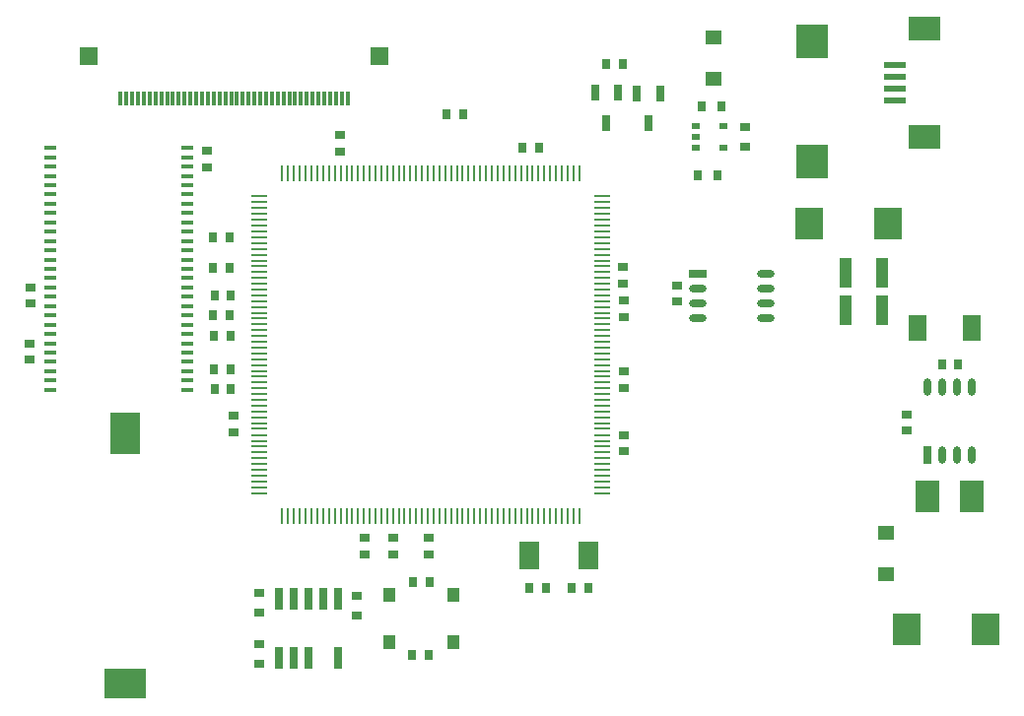
<source format=gtp>
G04 #@! TF.GenerationSoftware,KiCad,Pcbnew,(5.0.2-dirty)*
G04 #@! TF.CreationDate,2020-07-20T20:20:15+03:00*
G04 #@! TF.ProjectId,display,64697370-6c61-4792-9e6b-696361645f70,rev?*
G04 #@! TF.SameCoordinates,Original*
G04 #@! TF.FileFunction,Paste,Top*
G04 #@! TF.FilePolarity,Positive*
%FSLAX46Y46*%
G04 Gerber Fmt 4.6, Leading zero omitted, Abs format (unit mm)*
G04 Created by KiCad (PCBNEW (5.0.2-dirty)) date ma 20. heinäkuuta 2020 20.20.15*
%MOMM*%
%LPD*%
G01*
G04 APERTURE LIST*
%ADD10R,0.700000X1.350000*%
%ADD11R,2.400000X2.700000*%
%ADD12R,2.799080X2.999740*%
%ADD13R,0.279400X1.473200*%
%ADD14R,1.473200X0.279400*%
%ADD15R,1.016000X0.355600*%
%ADD16R,0.660400X0.939800*%
%ADD17R,1.617980X2.179320*%
%ADD18R,0.635000X1.524000*%
%ADD19O,0.635000X1.524000*%
%ADD20R,3.599180X2.598420*%
%ADD21R,2.598420X3.599180*%
%ADD22R,0.635000X1.905000*%
%ADD23R,0.939800X0.660400*%
%ADD24R,0.939800X0.762000*%
%ADD25R,2.800000X2.100000*%
%ADD26R,1.900000X0.600000*%
%ADD27R,1.399540X1.297940*%
%ADD28R,1.524000X0.635000*%
%ADD29O,1.524000X0.635000*%
%ADD30R,1.699260X2.397760*%
%ADD31R,1.500000X1.500000*%
%ADD32R,0.300000X1.200000*%
%ADD33R,1.000000X1.300000*%
%ADD34R,0.762000X0.939800*%
%ADD35R,0.800000X0.500000*%
%ADD36R,2.000000X2.800000*%
%ADD37R,1.000000X2.500000*%
G04 APERTURE END LIST*
D10*
G04 #@! TO.C,VR2*
X140906800Y-64363200D03*
X138906800Y-64363200D03*
X139906800Y-66963200D03*
G04 #@! TD*
D11*
G04 #@! TO.C,C202*
X165700000Y-110500000D03*
X172500000Y-110500000D03*
G04 #@! TD*
G04 #@! TO.C,C201*
X157300000Y-75600000D03*
X164100000Y-75600000D03*
G04 #@! TD*
D12*
G04 #@! TO.C,L101*
X157600000Y-70248580D03*
X157600000Y-59951420D03*
G04 #@! TD*
D13*
G04 #@! TO.C,U4*
X112051577Y-100727773D03*
X112559577Y-100727773D03*
X113042177Y-100727773D03*
X113550177Y-100727773D03*
X114058177Y-100727773D03*
X114540777Y-100727773D03*
X115048777Y-100727773D03*
X115556777Y-100727773D03*
X116067317Y-100727773D03*
X116547377Y-100727773D03*
X117055377Y-100727773D03*
X117565917Y-100727773D03*
X118045977Y-100727773D03*
X118553977Y-100727773D03*
X119061977Y-100727773D03*
X119544577Y-100727773D03*
X120052577Y-100727773D03*
X120560577Y-100727773D03*
X121043177Y-100727773D03*
X121551177Y-100727773D03*
X122059177Y-100727773D03*
X122541777Y-100727773D03*
X123049777Y-100727773D03*
X123557777Y-100727773D03*
X124040377Y-100727773D03*
X124548377Y-100727773D03*
X125056377Y-100727773D03*
X125564377Y-100727773D03*
X126046977Y-100727773D03*
X126554977Y-100727773D03*
X127062977Y-100727773D03*
X127545577Y-100727773D03*
X128053577Y-100727773D03*
X128561577Y-100727773D03*
X129044177Y-100727773D03*
X129552177Y-100727773D03*
X130060177Y-100727773D03*
X130542777Y-100727773D03*
X131050777Y-100727773D03*
X131558777Y-100727773D03*
X132038837Y-100727773D03*
X132549377Y-100727773D03*
X133057377Y-100727773D03*
X133537437Y-100727773D03*
X134047977Y-100727773D03*
X134555977Y-100727773D03*
X135063977Y-100727773D03*
X135546577Y-100727773D03*
X136054577Y-100727773D03*
X136562577Y-100727773D03*
X137045177Y-100727773D03*
X137553177Y-100727773D03*
D14*
X139508977Y-98771973D03*
X139508977Y-98263973D03*
X139508977Y-97781373D03*
X139508977Y-97273373D03*
X139508977Y-96765373D03*
X139508977Y-96282773D03*
X139508977Y-95774773D03*
X139508977Y-95266773D03*
X139508977Y-94756233D03*
X139508977Y-94276173D03*
X139508977Y-93768173D03*
X139508977Y-93257633D03*
X139508977Y-92777573D03*
X139508977Y-92269573D03*
X139508977Y-91761573D03*
X139508977Y-91278973D03*
X139508977Y-90770973D03*
X139508977Y-90262973D03*
X139508977Y-89780373D03*
X139508977Y-89272373D03*
X139508977Y-88764373D03*
X139508977Y-88281773D03*
X139508977Y-87773773D03*
X139508977Y-87265773D03*
X139508977Y-86783173D03*
X139508977Y-86275173D03*
X139508977Y-85767173D03*
X139508977Y-85259173D03*
X139508977Y-84776573D03*
X139508977Y-84268573D03*
X139508977Y-83760573D03*
X139508977Y-83277973D03*
X139508977Y-82769973D03*
X139508977Y-82261973D03*
X139508977Y-81779373D03*
X139508977Y-81271373D03*
X139508977Y-80763373D03*
X139508977Y-80280773D03*
X139508977Y-79772773D03*
X139508977Y-79264773D03*
X139508977Y-78784713D03*
X139508977Y-78274173D03*
X139508977Y-77766173D03*
X139508977Y-77286113D03*
X139508977Y-76775573D03*
X139508977Y-76267573D03*
X139508977Y-75759573D03*
X139508977Y-75276973D03*
X139508977Y-74768973D03*
X139508977Y-74260973D03*
X139508977Y-73778373D03*
X139508977Y-73270373D03*
D13*
X137553177Y-71314573D03*
X137045177Y-71314573D03*
X136562577Y-71314573D03*
X136054577Y-71314573D03*
X135546577Y-71314573D03*
X135063977Y-71314573D03*
X134555977Y-71314573D03*
X134047977Y-71314573D03*
X133537437Y-71314573D03*
X133057377Y-71314573D03*
X132549377Y-71314573D03*
X132038837Y-71314573D03*
X131558777Y-71314573D03*
X131050777Y-71314573D03*
X130542777Y-71314573D03*
X130060177Y-71314573D03*
X129552177Y-71314573D03*
X129044177Y-71314573D03*
X128561577Y-71314573D03*
X128053577Y-71314573D03*
X127545577Y-71314573D03*
X127062977Y-71314573D03*
X126554977Y-71314573D03*
X126046977Y-71314573D03*
X125564377Y-71314573D03*
X125056377Y-71314573D03*
X124548377Y-71314573D03*
X124040377Y-71314573D03*
X123557777Y-71314573D03*
X123049777Y-71314573D03*
X122541777Y-71314573D03*
X122059177Y-71314573D03*
X121551177Y-71314573D03*
X121043177Y-71314573D03*
X120560577Y-71314573D03*
X120052577Y-71314573D03*
X119544577Y-71314573D03*
X119061977Y-71314573D03*
X118553977Y-71314573D03*
X118045977Y-71314573D03*
X117565917Y-71314573D03*
X117055377Y-71314573D03*
X116547377Y-71314573D03*
X116067317Y-71314573D03*
X115556777Y-71314573D03*
X115048777Y-71314573D03*
X114540777Y-71314573D03*
X114058177Y-71314573D03*
X113550177Y-71314573D03*
X113042177Y-71314573D03*
X112559577Y-71314573D03*
X112051577Y-71314573D03*
D14*
X110095777Y-73270373D03*
X110095777Y-73778373D03*
X110095777Y-74260973D03*
X110095777Y-74768973D03*
X110095777Y-75276973D03*
X110095777Y-75759573D03*
X110095777Y-76267573D03*
X110095777Y-76775573D03*
X110095777Y-77286113D03*
X110095777Y-77766173D03*
X110095777Y-78274173D03*
X110095777Y-78784713D03*
X110095777Y-79264773D03*
X110095777Y-79772773D03*
X110095777Y-80280773D03*
X110095777Y-80763373D03*
X110095777Y-81271373D03*
X110095777Y-81779373D03*
X110095777Y-82261973D03*
X110095777Y-82769973D03*
X110095777Y-83277973D03*
X110095777Y-83760573D03*
X110095777Y-84268573D03*
X110095777Y-84776573D03*
X110095777Y-85259173D03*
X110095777Y-85767173D03*
X110095777Y-86275173D03*
X110095777Y-86783173D03*
X110095777Y-87265773D03*
X110095777Y-87773773D03*
X110095777Y-88281773D03*
X110095777Y-88764373D03*
X110095777Y-89272373D03*
X110095777Y-89780373D03*
X110095777Y-90262973D03*
X110095777Y-90770973D03*
X110095777Y-91278973D03*
X110095777Y-91761573D03*
X110095777Y-92269573D03*
X110095777Y-92777573D03*
X110095777Y-93257633D03*
X110095777Y-93768173D03*
X110095777Y-94276173D03*
X110095777Y-94756233D03*
X110095777Y-95266773D03*
X110095777Y-95774773D03*
X110095777Y-96282773D03*
X110095777Y-96765373D03*
X110095777Y-97273373D03*
X110095777Y-97781373D03*
X110095777Y-98263973D03*
X110095777Y-98771973D03*
G04 #@! TD*
D15*
G04 #@! TO.C,U2*
X103873300Y-89898220D03*
X103873300Y-89098120D03*
X103873300Y-88298020D03*
X103873300Y-87497920D03*
X103873300Y-86697820D03*
X103873300Y-85897720D03*
X103873300Y-85097620D03*
X103873300Y-84297520D03*
X103873300Y-83497420D03*
X103873300Y-82697320D03*
X103873300Y-81897220D03*
X103873300Y-81097120D03*
X103873300Y-80297020D03*
X103873300Y-79499460D03*
X103873300Y-78699360D03*
X103873300Y-77901800D03*
X103873300Y-77101700D03*
X103873300Y-76301600D03*
X103873300Y-75501500D03*
X103873300Y-74701400D03*
X103873300Y-73901300D03*
X103873300Y-73101200D03*
X103873300Y-72301100D03*
X103873300Y-71501000D03*
X103873300Y-70700900D03*
X103873300Y-69900800D03*
X103873300Y-69100700D03*
X92075000Y-69100700D03*
X92075000Y-69900800D03*
X92075000Y-70700900D03*
X92075000Y-71501000D03*
X92075000Y-72301100D03*
X92075000Y-73101200D03*
X92075000Y-73901300D03*
X92075000Y-74701400D03*
X92075000Y-75501500D03*
X92075000Y-76301600D03*
X92075000Y-77101700D03*
X92075000Y-77901800D03*
X92075000Y-78699360D03*
X92075000Y-79499460D03*
X92075000Y-80297020D03*
X92075000Y-81097120D03*
X92075000Y-81897220D03*
X92075000Y-82697320D03*
X92075000Y-83497420D03*
X92075000Y-84297520D03*
X92075000Y-85097620D03*
X92075000Y-85897720D03*
X92075000Y-86697820D03*
X92075000Y-87497920D03*
X92075000Y-88298020D03*
X92075000Y-89098120D03*
X92075000Y-89898220D03*
G04 #@! TD*
D16*
G04 #@! TO.C,C24*
X107645200Y-81788000D03*
X106222800Y-81788000D03*
G04 #@! TD*
G04 #@! TO.C,C23*
X107518200Y-76758800D03*
X106095800Y-76758800D03*
G04 #@! TD*
G04 #@! TO.C,C1*
X106108500Y-79375000D03*
X107530900Y-79375000D03*
G04 #@! TD*
D17*
G04 #@! TO.C,D1*
X166636700Y-84550000D03*
X171234100Y-84550000D03*
G04 #@! TD*
D18*
G04 #@! TO.C,VR1*
X167504977Y-95522320D03*
D19*
X168774977Y-95522320D03*
X170044977Y-95522320D03*
X171314977Y-95522320D03*
X171314977Y-89680320D03*
X170044977Y-89680320D03*
X168774977Y-89680320D03*
X167504977Y-89680320D03*
G04 #@! TD*
D16*
G04 #@! TO.C,C9*
X168695700Y-87696000D03*
X170118100Y-87696000D03*
G04 #@! TD*
D20*
G04 #@! TO.C,BT1*
X98552000Y-115173760D03*
D21*
X98552000Y-93675200D03*
G04 #@! TD*
D22*
G04 #@! TO.C,J2*
X111775442Y-112977177D03*
X111775442Y-107897177D03*
X113045442Y-112977177D03*
X113045442Y-107897177D03*
X114315442Y-112977177D03*
X114315442Y-107897177D03*
X115585442Y-107897177D03*
X116855442Y-112977177D03*
X116855442Y-107897177D03*
G04 #@! TD*
D23*
G04 #@! TO.C,C2*
X90360500Y-85902800D03*
X90360500Y-87325200D03*
G04 #@! TD*
D16*
G04 #@! TO.C,C3*
X107581700Y-88138000D03*
X106159300Y-88138000D03*
G04 #@! TD*
D23*
G04 #@! TO.C,C4*
X90424000Y-82499200D03*
X90424000Y-81076800D03*
G04 #@! TD*
D16*
G04 #@! TO.C,C5*
X107645200Y-89852500D03*
X106222800Y-89852500D03*
G04 #@! TD*
G04 #@! TO.C,C6*
X107518200Y-83439000D03*
X106095800Y-83439000D03*
G04 #@! TD*
D23*
G04 #@! TO.C,C7*
X105562400Y-70764400D03*
X105562400Y-69342000D03*
G04 #@! TD*
G04 #@! TO.C,C11*
X165660400Y-93423700D03*
X165660400Y-92001300D03*
G04 #@! TD*
D16*
G04 #@! TO.C,C13*
X139844800Y-61916800D03*
X141267200Y-61916800D03*
G04 #@! TD*
D23*
G04 #@! TO.C,C14*
X141325600Y-80772000D03*
X141325600Y-79349600D03*
G04 #@! TD*
D16*
G04 #@! TO.C,C15*
X134111200Y-69100000D03*
X132688800Y-69100000D03*
G04 #@! TD*
D23*
G04 #@! TO.C,C16*
X121602500Y-102590600D03*
X121602500Y-104013000D03*
G04 #@! TD*
D16*
G04 #@! TO.C,C17*
X127558800Y-66192400D03*
X126136400Y-66192400D03*
G04 #@! TD*
D23*
G04 #@! TO.C,C18*
X119126000Y-102590600D03*
X119126000Y-104013000D03*
G04 #@! TD*
G04 #@! TO.C,C19*
X117030500Y-69418200D03*
X117030500Y-67995800D03*
G04 #@! TD*
G04 #@! TO.C,C20*
X124650500Y-102603300D03*
X124650500Y-104025700D03*
G04 #@! TD*
G04 #@! TO.C,C21*
X141376400Y-95199200D03*
X141376400Y-93776800D03*
G04 #@! TD*
D16*
G04 #@! TO.C,C25*
X107581700Y-85217000D03*
X106159300Y-85217000D03*
G04 #@! TD*
D23*
G04 #@! TO.C,C26*
X141376400Y-82245200D03*
X141376400Y-83667600D03*
G04 #@! TD*
G04 #@! TO.C,C27*
X107899200Y-93573600D03*
X107899200Y-92151200D03*
G04 #@! TD*
G04 #@! TO.C,C28*
X141427200Y-89712800D03*
X141427200Y-88290400D03*
G04 #@! TD*
D16*
G04 #@! TO.C,C30*
X134672300Y-106931300D03*
X133249900Y-106931300D03*
G04 #@! TD*
G04 #@! TO.C,C31*
X136932900Y-106931300D03*
X138355300Y-106931300D03*
G04 #@! TD*
D24*
G04 #@! TO.C,R5*
X110067300Y-107383300D03*
X110067300Y-109059700D03*
G04 #@! TD*
G04 #@! TO.C,R6*
X110067300Y-111764800D03*
X110067300Y-113441200D03*
G04 #@! TD*
G04 #@! TO.C,R7*
X118450000Y-107611800D03*
X118450000Y-109288200D03*
G04 #@! TD*
D25*
G04 #@! TO.C,J4*
X167212400Y-68150000D03*
X167212400Y-58850000D03*
D26*
X164712400Y-65000000D03*
X164712400Y-64000000D03*
X164712400Y-63000000D03*
X164712400Y-62000000D03*
G04 #@! TD*
D23*
G04 #@! TO.C,C32*
X145986100Y-82334100D03*
X145986100Y-80911700D03*
G04 #@! TD*
D16*
G04 #@! TO.C,C22*
X123288800Y-106400000D03*
X124711200Y-106400000D03*
G04 #@! TD*
G04 #@! TO.C,C29*
X123188800Y-112700000D03*
X124611200Y-112700000D03*
G04 #@! TD*
D27*
G04 #@! TO.C,D2*
X163900000Y-105715300D03*
X163900000Y-102184700D03*
G04 #@! TD*
D28*
G04 #@! TO.C,U1*
X147722837Y-79929177D03*
D29*
X147722837Y-81199177D03*
X147722837Y-82469177D03*
X147722837Y-83739177D03*
X153564837Y-83739177D03*
X153564837Y-82469177D03*
X153564837Y-81199177D03*
X153564837Y-79929177D03*
G04 #@! TD*
D30*
G04 #@! TO.C,X1*
X133284332Y-104130942D03*
X138364332Y-104130942D03*
G04 #@! TD*
D31*
G04 #@! TO.C,J101*
X120399200Y-61182400D03*
X95399200Y-61182400D03*
D32*
X98150934Y-64880974D03*
X98650934Y-64880974D03*
X99150934Y-64880974D03*
X99650934Y-64880974D03*
X100150934Y-64880974D03*
X100650934Y-64880974D03*
X101150934Y-64880974D03*
X101650934Y-64880974D03*
X102150934Y-64880974D03*
X102650934Y-64880974D03*
X103150934Y-64880974D03*
X103650934Y-64880974D03*
X104150934Y-64880974D03*
X104650934Y-64880974D03*
X105150934Y-64880974D03*
X105650934Y-64880974D03*
X106150934Y-64880974D03*
X106650934Y-64880974D03*
X107150934Y-64880974D03*
X107650934Y-64880974D03*
X108150934Y-64880974D03*
X108650934Y-64880974D03*
X109150934Y-64880974D03*
X109650934Y-64880974D03*
X110150934Y-64880974D03*
X110650934Y-64880974D03*
X111150934Y-64880974D03*
X111650934Y-64880974D03*
X112150934Y-64880974D03*
X112650934Y-64880974D03*
X113150934Y-64880974D03*
X113650934Y-64880974D03*
X114150934Y-64880974D03*
X114650934Y-64880974D03*
X115150934Y-64880974D03*
X115650934Y-64880974D03*
X116150934Y-64880974D03*
X116650934Y-64880974D03*
X117150934Y-64880974D03*
X117650934Y-64880974D03*
G04 #@! TD*
D33*
G04 #@! TO.C,X101*
X126699550Y-107550000D03*
X121200450Y-107550000D03*
X121200450Y-111550000D03*
X126699550Y-111550000D03*
G04 #@! TD*
D34*
G04 #@! TO.C,C101*
X148061800Y-65550000D03*
X149738200Y-65550000D03*
G04 #@! TD*
D27*
G04 #@! TO.C,D101*
X149100000Y-59634700D03*
X149100000Y-63165300D03*
G04 #@! TD*
D35*
G04 #@! TO.C,U102*
X147559312Y-67223968D03*
X147559312Y-68173968D03*
X147559312Y-69123968D03*
X149959312Y-69123968D03*
X149959312Y-67223968D03*
G04 #@! TD*
D24*
G04 #@! TO.C,R101*
X151800000Y-67300000D03*
X151800000Y-68976400D03*
G04 #@! TD*
D34*
G04 #@! TO.C,R301*
X149438200Y-71500000D03*
X147761800Y-71500000D03*
G04 #@! TD*
D36*
G04 #@! TO.C,L201*
X167450000Y-99050000D03*
X171250000Y-99050000D03*
G04 #@! TD*
D37*
G04 #@! TO.C,F1*
X163600000Y-83100000D03*
X160400000Y-83100000D03*
G04 #@! TD*
G04 #@! TO.C,F2*
X160400000Y-79800000D03*
X163600000Y-79800000D03*
G04 #@! TD*
D10*
G04 #@! TO.C,VR3*
X143500000Y-67000000D03*
X142500000Y-64400000D03*
X144500000Y-64400000D03*
G04 #@! TD*
M02*

</source>
